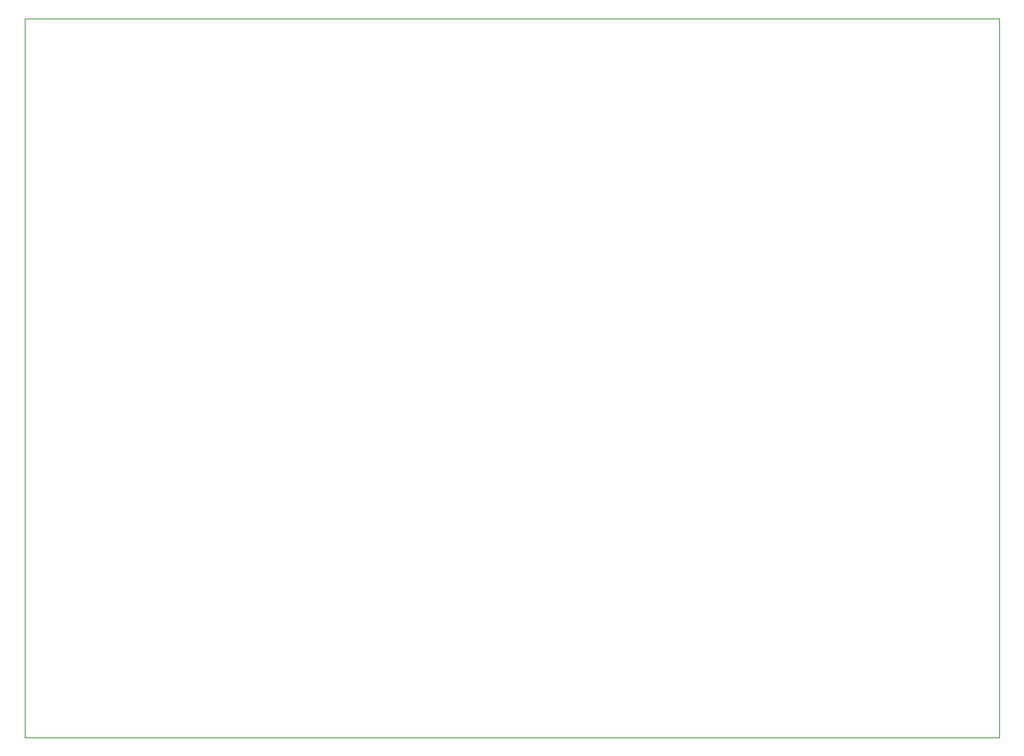
<source format=gbr>
%TF.GenerationSoftware,KiCad,Pcbnew,(6.0.5-0)*%
%TF.CreationDate,2023-02-05T23:58:47+00:00*%
%TF.ProjectId,Resonator_v3,5265736f-6e61-4746-9f72-5f76332e6b69,rev?*%
%TF.SameCoordinates,PXfffec780PYc85b810*%
%TF.FileFunction,Profile,NP*%
%FSLAX46Y46*%
G04 Gerber Fmt 4.6, Leading zero omitted, Abs format (unit mm)*
G04 Created by KiCad (PCBNEW (6.0.5-0)) date 2023-02-05 23:58:47*
%MOMM*%
%LPD*%
G01*
G04 APERTURE LIST*
%TA.AperFunction,Profile*%
%ADD10C,0.100000*%
%TD*%
G04 APERTURE END LIST*
D10*
X91520000Y146590000D02*
X198200000Y146590000D01*
X198200000Y146590000D02*
X198200000Y67850000D01*
X198200000Y67850000D02*
X91520000Y67850000D01*
X91520000Y67850000D02*
X91520000Y146590000D01*
M02*

</source>
